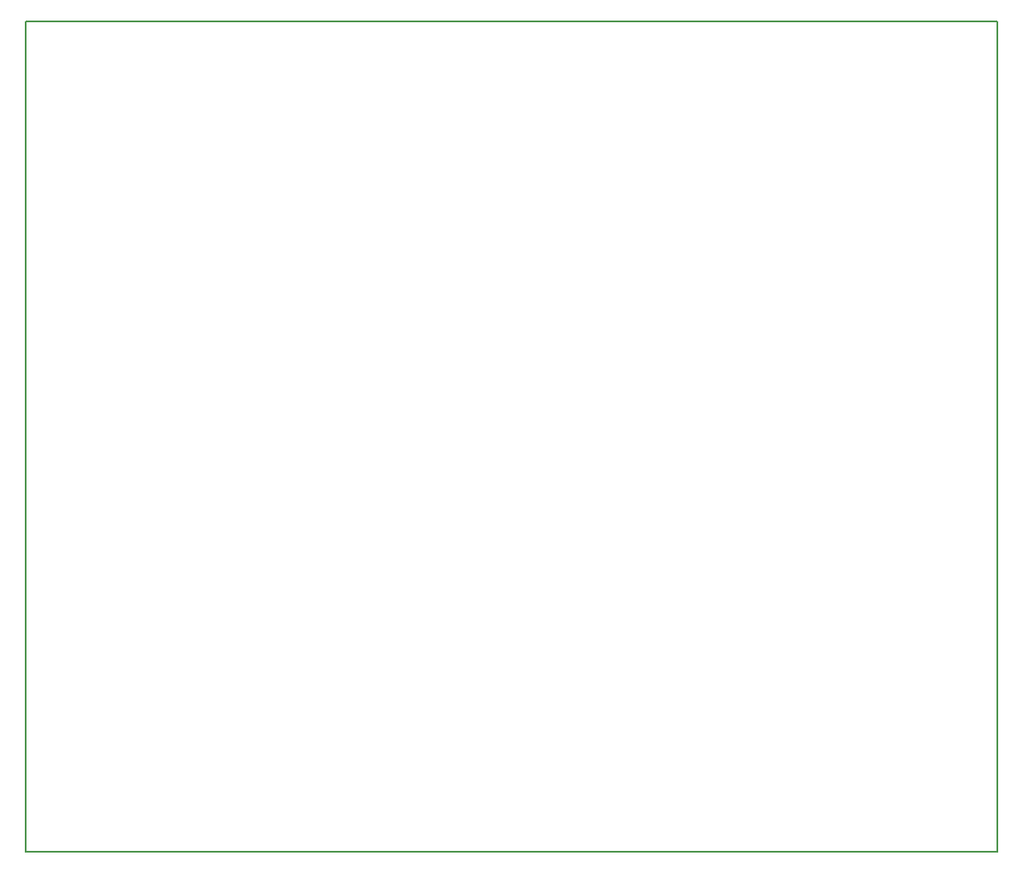
<source format=gko>
G04*
G04 #@! TF.GenerationSoftware,Altium Limited,Altium Designer,23.7.1 (13)*
G04*
G04 Layer_Color=16711935*
%FSLAX44Y44*%
%MOMM*%
G71*
G04*
G04 #@! TF.SameCoordinates,3D622054-8652-465B-9F06-75010AC0AF96*
G04*
G04*
G04 #@! TF.FilePolarity,Positive*
G04*
G01*
G75*
%ADD12C,0.2000*%
D12*
X509270Y287020D02*
Y1108710D01*
X1470660D01*
Y287020D02*
Y1108710D01*
X509270Y287020D02*
X1470660D01*
M02*

</source>
